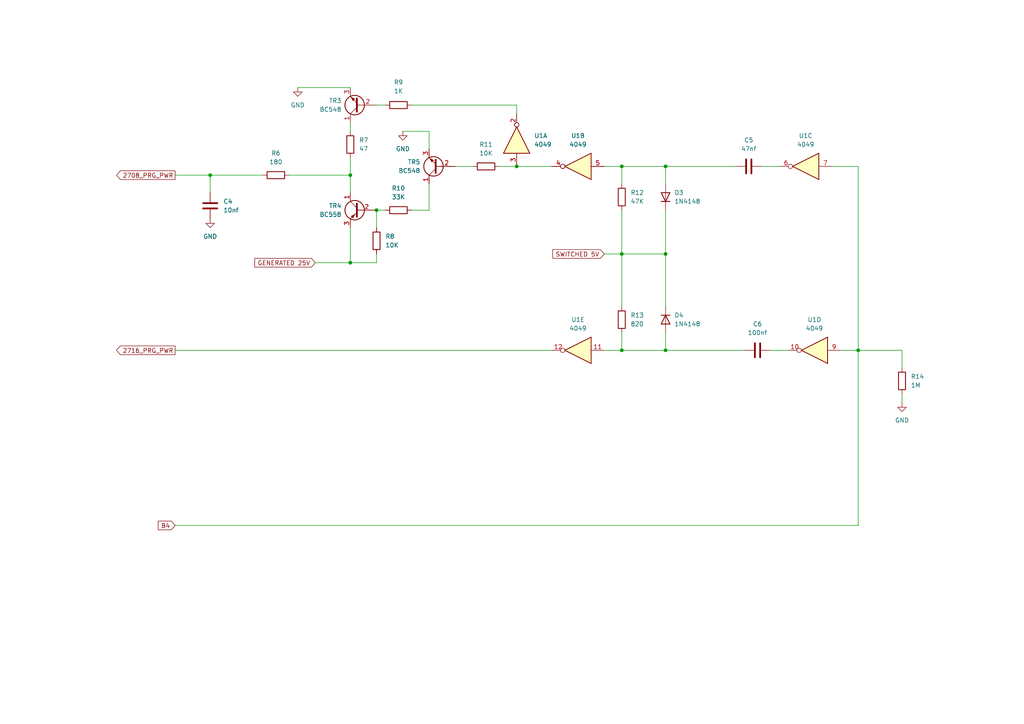
<source format=kicad_sch>
(kicad_sch (version 20230121) (generator eeschema)
  (paper "A4")
  (title_block (title "EPROM Burner 2708 / 2716") (date "2023-05-21") (rev "2.1"))
  (lib_symbols
    (symbol "4xxx:4049" (pin_names (offset 1.016))
      (property "Reference" "U" (at 0 1.27 0))
      (property "Value" "4049" (at 0 -1.27 0))
      (symbol "4049_1_0"
        (polyline (pts (xy -3.81 3.81) (xy -3.81 -3.81) (xy 3.81 0) (xy -3.81 3.81)) (stroke (width 0.254)) (fill (type background)))
        (pin output inverted (at 7.62 0 180) (length 3.81) (name "~") (number "2"))
        (pin input line (at -7.62 0 0) (length 3.81) (name "~") (number "3"))
      )
      (symbol "4049_2_0"
        (polyline (pts (xy -3.81 3.81) (xy -3.81 -3.81) (xy 3.81 0) (xy -3.81 3.81)) (stroke (width 0.254)) (fill (type background)))
        (pin output inverted (at 7.62 0 180) (length 3.81) (name "~") (number "4"))
        (pin input line (at -7.62 0 0) (length 3.81) (name "~") (number "5"))
      )
      (symbol "4049_3_0"
        (polyline (pts (xy -3.81 3.81) (xy -3.81 -3.81) (xy 3.81 0) (xy -3.81 3.81)) (stroke (width 0.254)) (fill (type background)))
        (pin output inverted (at 7.62 0 180) (length 3.81) (name "~") (number "6"))
        (pin input line (at -7.62 0 0) (length 3.81) (name "~") (number "7"))
      )
      (symbol "4049_4_0"
        (polyline (pts (xy -3.81 3.81) (xy -3.81 -3.81) (xy 3.81 0) (xy -3.81 3.81)) (stroke (width 0.254)) (fill (type background)))
        (pin output inverted (at 7.62 0 180) (length 3.81) (name "~") (number "10"))
        (pin input line (at -7.62 0 0) (length 3.81) (name "~") (number "9"))
      )
      (symbol "4049_5_0"
        (polyline (pts (xy -3.81 3.81) (xy -3.81 -3.81) (xy 3.81 0) (xy -3.81 3.81)) (stroke (width 0.254)) (fill (type background)))
        (pin input line (at -7.62 0 0) (length 3.81) (name "~") (number "11"))
        (pin output inverted (at 7.62 0 180) (length 3.81) (name "~") (number "12"))
      )
      (symbol "4049_6_0"
        (polyline (pts (xy -3.81 3.81) (xy -3.81 -3.81) (xy 3.81 0) (xy -3.81 3.81)) (stroke (width 0.254)) (fill (type background)))
        (pin input line (at -7.62 0 0) (length 3.81) (name "~") (number "14"))
        (pin output inverted (at 7.62 0 180) (length 3.81) (name "~") (number "15"))
      )
      (symbol "4049_7_0"
        (pin power_in line (at 0 12.7 270) (length 5.08) (name "VCC") (number "1"))
        (pin power_in line (at 0 -12.7 90) (length 5.08) (name "VSS") (number "8"))
      )
      (symbol "4049_7_1"
        (rectangle (start -5.08 7.62) (end 5.08 -7.62) (stroke (width 0.254)) (fill (type background)))
      )
    )
    (symbol "Device:C" (pin_numbers hide) (pin_names (offset 0.254))
      (property "Reference" "C" (at 0.635 2.54 0))
      (property "Value" "C" (at 0.635 -2.54 0))
      (symbol "C_0_1"
        (polyline (pts (xy -2.032 -0.762) (xy 2.032 -0.762)) (stroke (width 0.508)))
        (polyline (pts (xy -2.032 0.762) (xy 2.032 0.762)) (stroke (width 0.508)))
      )
      (symbol "C_1_1"
        (pin passive line (at 0 3.81 270) (length 2.794) (name "~") (number "1"))
        (pin passive line (at 0 -3.81 90) (length 2.794) (name "~") (number "2"))
      )
    )
    (symbol "Device:R" (pin_numbers hide) (pin_names (offset 0))
      (property "Reference" "R" (at 2.032 0 90))
      (property "Value" "R" (at 0 0 90))
      (symbol "R_0_1"
        (rectangle (start -1.016 -2.54) (end 1.016 2.54) (stroke (width 0.254)))
      )
      (symbol "R_1_1"
        (pin passive line (at 0 3.81 270) (length 1.27) (name "~") (number "1"))
        (pin passive line (at 0 -3.81 90) (length 1.27) (name "~") (number "2"))
      )
    )
    (symbol "Diode:1N4148" (pin_numbers hide) (pin_names hide)
      (property "Reference" "D" (at 0 2.54 0))
      (property "Value" "1N4148" (at 0 -2.54 0))
      (symbol "1N4148_0_1"
        (polyline (pts (xy -1.27 1.27) (xy -1.27 -1.27)) (stroke (width 0.254)))
        (polyline (pts (xy 1.27 0) (xy -1.27 0)))
        (polyline (pts (xy 1.27 1.27) (xy 1.27 -1.27) (xy -1.27 0) (xy 1.27 1.27)) (stroke (width 0.254)))
      )
      (symbol "1N4148_1_1"
        (pin passive line (at -3.81 0 0) (length 2.54) (name "K") (number "1"))
        (pin passive line (at 3.81 0 180) (length 2.54) (name "A") (number "2"))
      )
    )
    (symbol "Transistor_BJT:BC548" (pin_names (offset 0) hide)
      (property "Reference" "Q" (at 5.08 1.905 0))
      (property "Value" "BC548" (at 5.08 0 0))
      (symbol "BC548_0_1"
        (polyline (pts (xy 0 0) (xy 0.635 0)))
        (polyline (pts (xy 0.635 0.635) (xy 2.54 2.54)))
        (polyline (pts (xy 0.635 -0.635) (xy 2.54 -2.54) (xy 2.54 -2.54)))
        (polyline (pts (xy 0.635 1.905) (xy 0.635 -1.905) (xy 0.635 -1.905)) (stroke (width 0.508)))
        (polyline (pts (xy 1.27 -1.778) (xy 1.778 -1.27) (xy 2.286 -2.286) (xy 1.27 -1.778) (xy 1.27 -1.778)) (fill (type outline)))
        (circle (center 1.27 0) (radius 2.8194) (stroke (width 0.254)))
      )
      (symbol "BC548_1_1"
        (pin passive line (at 2.54 5.08 270) (length 2.54) (name "C") (number "1"))
        (pin input line (at -5.08 0 0) (length 5.08) (name "B") (number "2"))
        (pin passive line (at 2.54 -5.08 90) (length 2.54) (name "E") (number "3"))
      )
    )
    (symbol "Transistor_BJT:BC558" (pin_names (offset 0) hide)
      (property "Reference" "Q" (at 5.08 1.905 0))
      (property "Value" "BC558" (at 5.08 0 0))
      (symbol "BC558_0_1"
        (polyline (pts (xy 0.635 0.635) (xy 2.54 2.54)))
        (polyline (pts (xy 0.635 -0.635) (xy 2.54 -2.54) (xy 2.54 -2.54)))
        (polyline (pts (xy 0.635 1.905) (xy 0.635 -1.905) (xy 0.635 -1.905)) (stroke (width 0.508)))
        (polyline (pts (xy 2.286 -1.778) (xy 1.778 -2.286) (xy 1.27 -1.27) (xy 2.286 -1.778) (xy 2.286 -1.778)) (fill (type outline)))
        (circle (center 1.27 0) (radius 2.8194) (stroke (width 0.254)))
      )
      (symbol "BC558_1_1"
        (pin passive line (at 2.54 5.08 270) (length 2.54) (name "C") (number "1"))
        (pin input line (at -5.08 0 0) (length 5.715) (name "B") (number "2"))
        (pin passive line (at 2.54 -5.08 90) (length 2.54) (name "E") (number "3"))
      )
    )
    (symbol "power:GND" (power) (pin_names (offset 0))
      (property "Value" "GND" (at 0 -3.81 0))
      (symbol "GND_0_1"
        (polyline (pts (xy 0 0) (xy 0 -1.27) (xy 1.27 -1.27) (xy 0 -2.54) (xy -1.27 -1.27) (xy 0 -1.27)))
      )
      (symbol "GND_1_1"
        (pin power_in line (at 0 0 270) (length 0) hide (name "GND") (number "1"))
      )
    )
  )
  (junction (at 180.34 101.6))
  (junction (at 101.6 50.8))
  (junction (at 180.34 48.26))
  (junction (at 60.96 50.8))
  (junction (at 149.86 48.26))
  (junction (at 193.04 101.6))
  (junction (at 101.6 76.2))
  (junction (at 109.22 60.96))
  (junction (at 248.92 101.6))
  (junction (at 193.04 73.66))
  (junction (at 193.04 48.26))
  (junction (at 180.34 73.66))
  (wire (pts (xy 220.98 48.26) (xy 226.06 48.26)))
  (wire (pts (xy 248.92 48.26) (xy 248.92 101.6)))
  (wire (pts (xy 241.3 48.26) (xy 248.92 48.26)))
  (wire (pts (xy 101.6 45.72) (xy 101.6 50.8)))
  (wire (pts (xy 50.8 101.6) (xy 160.02 101.6)))
  (wire (pts (xy 193.04 96.52) (xy 193.04 101.6)))
  (wire (pts (xy 248.92 101.6) (xy 243.84 101.6)))
  (wire (pts (xy 180.34 60.96) (xy 180.34 73.66)))
  (wire (pts (xy 149.86 30.48) (xy 149.86 33.02)))
  (wire (pts (xy 261.62 101.6) (xy 261.62 106.68)))
  (wire (pts (xy 109.22 60.96) (xy 111.76 60.96)))
  (wire (pts (xy 101.6 66.04) (xy 101.6 76.2)))
  (wire (pts (xy 193.04 48.26) (xy 213.36 48.26)))
  (wire (pts (xy 248.92 101.6) (xy 261.62 101.6)))
  (wire (pts (xy 149.86 48.26) (xy 160.02 48.26)))
  (wire (pts (xy 180.34 48.26) (xy 193.04 48.26)))
  (wire (pts (xy 180.34 101.6) (xy 193.04 101.6)))
  (wire (pts (xy 101.6 76.2) (xy 109.22 76.2)))
  (wire (pts (xy 180.34 96.52) (xy 180.34 101.6)))
  (wire (pts (xy 83.82 50.8) (xy 101.6 50.8)))
  (wire (pts (xy 175.26 101.6) (xy 180.34 101.6)))
  (wire (pts (xy 175.26 73.66) (xy 180.34 73.66)))
  (wire (pts (xy 101.6 50.8) (xy 101.6 55.88)))
  (wire (pts (xy 132.08 48.26) (xy 137.16 48.26)))
  (wire (pts (xy 109.22 60.96) (xy 109.22 66.04)))
  (wire (pts (xy 101.6 35.56) (xy 101.6 38.1)))
  (wire (pts (xy 124.46 60.96) (xy 119.38 60.96)))
  (wire (pts (xy 180.34 73.66) (xy 193.04 73.66)))
  (wire (pts (xy 60.96 50.8) (xy 60.96 55.88)))
  (wire (pts (xy 109.22 73.66) (xy 109.22 76.2)))
  (wire (pts (xy 193.04 60.96) (xy 193.04 73.66)))
  (wire (pts (xy 50.8 152.4) (xy 248.92 152.4)))
  (wire (pts (xy 248.92 152.4) (xy 248.92 101.6)))
  (wire (pts (xy 124.46 43.18) (xy 124.46 38.1)))
  (wire (pts (xy 180.34 48.26) (xy 180.34 53.34)))
  (wire (pts (xy 261.62 114.3) (xy 261.62 116.84)))
  (wire (pts (xy 193.04 48.26) (xy 193.04 53.34)))
  (wire (pts (xy 50.8 50.8) (xy 60.96 50.8)))
  (wire (pts (xy 119.38 30.48) (xy 149.86 30.48)))
  (wire (pts (xy 86.36 25.4) (xy 101.6 25.4)))
  (wire (pts (xy 180.34 73.66) (xy 180.34 88.9)))
  (wire (pts (xy 223.52 101.6) (xy 228.6 101.6)))
  (wire (pts (xy 124.46 53.34) (xy 124.46 60.96)))
  (wire (pts (xy 91.44 76.2) (xy 101.6 76.2)))
  (wire (pts (xy 109.22 30.48) (xy 111.76 30.48)))
  (wire (pts (xy 193.04 73.66) (xy 193.04 88.9)))
  (wire (pts (xy 116.84 38.1) (xy 124.46 38.1)))
  (wire (pts (xy 60.96 50.8) (xy 76.2 50.8)))
  (wire (pts (xy 175.26 48.26) (xy 180.34 48.26)))
  (wire (pts (xy 144.78 48.26) (xy 149.86 48.26)))
  (wire (pts (xy 193.04 101.6) (xy 215.9 101.6)))
  (global_label "B4" (shape input) (at 50.8 152.4 180) (property "Intersheetrefs" "${INTERSHEET_REFS}" (effects hide)))
  (global_label "2708_PRG_PWR" (shape output) (at 50.8 50.8 180) (property "Intersheetrefs" "${INTERSHEET_REFS}" (effects hide)))
  (global_label "2716_PRG_PWR" (shape output) (at 50.8 101.6 180) (property "Intersheetrefs" "${INTERSHEET_REFS}" (effects hide)))
  (global_label "SWITCHED 5V" (shape input) (at 175.26 73.66 180) (property "Intersheetrefs" "${INTERSHEET_REFS}" (effects hide)))
  (global_label "GENERATED 25V" (shape input) (at 91.44 76.2 180) (property "Intersheetrefs" "${INTERSHEET_REFS}" (effects hide)))
  (symbol (lib_id "Transistor_BJT:BC558") (at 104.14 60.96 0) (mirror y) (unit 1)
    (property "Reference" "TR4" (at 99.06 59.6899 0) (effects (justify left)))
    (property "Value" "BC558" (at 99.06 62.2299 0) (effects (justify left)))
    (property "Footprint" "Package_TO_SOT_THT:TO-92_Inline_Wide" (effects hide))
    (property "Datasheet" "https://www.onsemi.com/pub/Collateral/BC556BTA-D.pdf" (effects hide))
  )
  (symbol (lib_id "power:GND") (at 116.84 38.1 0) (unit 1)
    (property "Reference" "#PWR011" (effects hide))
    (property "Value" "GND" (at 116.84 43.18 0))
  )
  (symbol (lib_id "Device:R") (at 180.34 92.71 0) (unit 1)
    (property "Reference" "R13" (at 182.88 91.4399 0) (effects (justify left)))
    (property "Value" "820" (at 182.88 93.9799 0) (effects (justify left)))
    (property "Footprint" "Resistor_THT:R_Axial_DIN0309_L9.0mm_D3.2mm_P12.70mm_Horizontal" (effects hide))
  )
  (symbol (lib_id "Diode:1N4148") (at 193.04 92.71 270) (unit 1)
    (property "Reference" "D4" (at 195.58 91.4399 90) (effects (justify left)))
    (property "Value" "1N4148" (at 195.58 93.9799 90) (effects (justify left)))
    (property "Footprint" "Diode_THT:D_DO-35_SOD27_P7.62mm_Horizontal" (effects hide))
    (property "Datasheet" "https://assets.nexperia.com/documents/data-sheet/1N4148_1N4448.pdf" (effects hide))
  )
  (symbol (lib_id "Transistor_BJT:BC548") (at 127 48.26 180) (unit 1)
    (property "Reference" "TR5" (at 121.92 46.9899 0) (effects (justify left)))
    (property "Value" "BC548" (at 121.92 49.5299 0) (effects (justify left)))
    (property "Footprint" "Package_TO_SOT_THT:TO-92_Inline_Wide" (effects hide))
    (property "Datasheet" "https://www.onsemi.com/pub/Collateral/BC550-D.pdf" (effects hide))
  )
  (symbol (lib_id "Device:C") (at 219.71 101.6 270) (unit 1)
    (property "Reference" "C6" (at 219.71 93.98 90))
    (property "Value" "100nf" (at 219.71 96.52 90))
    (property "Footprint" "Capacitor_THT:C_Disc_D5.0mm_W2.5mm_P5.00mm" (effects hide))
  )
  (symbol (lib_id "Device:R") (at 115.57 30.48 90) (unit 1)
    (property "Reference" "R9" (at 115.57 23.876 90))
    (property "Value" "1K" (at 115.57 26.416 90))
    (property "Footprint" "Resistor_THT:R_Axial_DIN0309_L9.0mm_D3.2mm_P12.70mm_Horizontal" (effects hide))
  )
  (symbol (lib_id "power:GND") (at 261.62 116.84 0) (unit 1)
    (property "Reference" "#PWR012" (effects hide))
    (property "Value" "GND" (at 261.62 121.92 0))
  )
  (symbol (lib_id "power:GND") (at 86.36 25.4 0) (unit 1)
    (property "Reference" "#PWR010" (effects hide))
    (property "Value" "GND" (at 86.36 30.48 0))
  )
  (symbol (lib_id "Device:R") (at 109.22 69.85 0) (unit 1)
    (property "Reference" "R8" (at 111.76 68.5799 0) (effects (justify left)))
    (property "Value" "10K" (at 111.76 71.1199 0) (effects (justify left)))
    (property "Footprint" "Resistor_THT:R_Axial_DIN0309_L9.0mm_D3.2mm_P12.70mm_Horizontal" (effects hide))
  )
  (symbol (lib_id "Device:C") (at 60.96 59.69 0) (unit 1)
    (property "Reference" "C4" (at 64.77 58.4199 0) (effects (justify left)))
    (property "Value" "10nf" (at 64.77 60.9599 0) (effects (justify left)))
    (property "Footprint" "Capacitor_THT:C_Disc_D5.0mm_W2.5mm_P5.00mm" (effects hide))
  )
  (symbol (lib_id "Device:R") (at 101.6 41.91 0) (unit 1)
    (property "Reference" "R7" (at 104.14 40.6399 0) (effects (justify left)))
    (property "Value" "47" (at 104.14 43.1799 0) (effects (justify left)))
    (property "Footprint" "Resistor_THT:R_Axial_DIN0309_L9.0mm_D3.2mm_P12.70mm_Horizontal" (effects hide))
  )
  (symbol (lib_id "Device:R") (at 261.62 110.49 0) (unit 1)
    (property "Reference" "R14" (at 264.16 109.2199 0) (effects (justify left)))
    (property "Value" "1M" (at 264.16 111.7599 0) (effects (justify left)))
    (property "Footprint" "Resistor_THT:R_Axial_DIN0309_L9.0mm_D3.2mm_P12.70mm_Horizontal" (effects hide))
  )
  (symbol (lib_id "4xxx:4049") (at 149.86 40.64 90) (unit 1)
    (property "Reference" "U1" (at 154.94 39.3699 90) (effects (justify right)))
    (property "Value" "4049" (at 154.94 41.9099 90) (effects (justify right)))
    (property "Footprint" "Package_DIP:DIP-16_W7.62mm_Socket" (effects hide))
    (property "Datasheet" "http://www.intersil.com/content/dam/intersil/documents/cd40/cd4049ubms.pdf" (effects hide))
  )
  (symbol (lib_id "Device:R") (at 115.57 60.96 90) (unit 1)
    (property "Reference" "R10" (at 115.57 54.61 90))
    (property "Value" "33K" (at 115.57 57.15 90))
    (property "Footprint" "Resistor_THT:R_Axial_DIN0309_L9.0mm_D3.2mm_P12.70mm_Horizontal" (effects hide))
  )
  (symbol (lib_id "Device:C") (at 217.17 48.26 90) (unit 1)
    (property "Reference" "C5" (at 217.17 40.64 90))
    (property "Value" "47nf" (at 217.17 43.18 90))
    (property "Footprint" "Capacitor_THT:C_Disc_D5.0mm_W2.5mm_P5.00mm" (effects hide))
  )
  (symbol (lib_id "Transistor_BJT:BC548") (at 104.14 30.48 180) (unit 1)
    (property "Reference" "TR3" (at 99.06 29.2099 0) (effects (justify left)))
    (property "Value" "BC548" (at 99.06 31.7499 0) (effects (justify left)))
    (property "Footprint" "Package_TO_SOT_THT:TO-92_Inline_Wide" (effects hide))
    (property "Datasheet" "https://www.onsemi.com/pub/Collateral/BC550-D.pdf" (effects hide))
  )
  (symbol (lib_id "4xxx:4049") (at 167.64 101.6 180) (unit 5)
    (property "Reference" "U1" (at 167.64 92.71 0))
    (property "Value" "4049" (at 167.64 95.25 0))
    (property "Footprint" "Package_DIP:DIP-16_W7.62mm_Socket" (effects hide))
    (property "Datasheet" "http://www.intersil.com/content/dam/intersil/documents/cd40/cd4049ubms.pdf" (effects hide))
  )
  (symbol (lib_id "Device:R") (at 140.97 48.26 90) (unit 1)
    (property "Reference" "R11" (at 140.97 41.91 90))
    (property "Value" "10K" (at 140.97 44.45 90))
    (property "Footprint" "Resistor_THT:R_Axial_DIN0309_L9.0mm_D3.2mm_P12.70mm_Horizontal" (effects hide))
  )
  (symbol (lib_id "power:GND") (at 60.96 63.5 0) (unit 1)
    (property "Reference" "#PWR09" (effects hide))
    (property "Value" "GND" (at 60.96 68.58 0))
  )
  (symbol (lib_id "4xxx:4049") (at 236.22 101.6 180) (unit 4)
    (property "Reference" "U1" (at 236.22 92.71 0))
    (property "Value" "4049" (at 236.22 95.25 0))
    (property "Footprint" "Package_DIP:DIP-16_W7.62mm_Socket" (effects hide))
    (property "Datasheet" "http://www.intersil.com/content/dam/intersil/documents/cd40/cd4049ubms.pdf" (effects hide))
  )
  (symbol (lib_id "Device:R") (at 180.34 57.15 0) (unit 1)
    (property "Reference" "R12" (at 182.88 55.8799 0) (effects (justify left)))
    (property "Value" "47K" (at 182.88 58.4199 0) (effects (justify left)))
    (property "Footprint" "Resistor_THT:R_Axial_DIN0309_L9.0mm_D3.2mm_P12.70mm_Horizontal" (effects hide))
  )
  (symbol (lib_id "Diode:1N4148") (at 193.04 57.15 90) (unit 1)
    (property "Reference" "D3" (at 195.58 55.8799 90) (effects (justify right)))
    (property "Value" "1N4148" (at 195.58 58.4199 90) (effects (justify right)))
    (property "Footprint" "Diode_THT:D_DO-35_SOD27_P7.62mm_Horizontal" (effects hide))
    (property "Datasheet" "https://assets.nexperia.com/documents/data-sheet/1N4148_1N4448.pdf" (effects hide))
  )
  (symbol (lib_id "4xxx:4049") (at 167.64 48.26 180) (unit 2)
    (property "Reference" "U1" (at 167.64 39.37 0))
    (property "Value" "4049" (at 167.64 41.91 0))
    (property "Footprint" "Package_DIP:DIP-16_W7.62mm_Socket" (effects hide))
    (property "Datasheet" "http://www.intersil.com/content/dam/intersil/documents/cd40/cd4049ubms.pdf" (effects hide))
  )
  (symbol (lib_id "Device:R") (at 80.01 50.8 90) (unit 1)
    (property "Reference" "R6" (at 80.01 44.45 90))
    (property "Value" "180" (at 80.01 46.99 90))
    (property "Footprint" "Resistor_THT:R_Axial_DIN0309_L9.0mm_D3.2mm_P12.70mm_Horizontal" (effects hide))
  )
  (symbol (lib_id "4xxx:4049") (at 233.68 48.26 180) (unit 3)
    (property "Reference" "U1" (at 233.68 39.37 0))
    (property "Value" "4049" (at 233.68 41.91 0))
    (property "Footprint" "Package_DIP:DIP-16_W7.62mm_Socket" (effects hide))
    (property "Datasheet" "http://www.intersil.com/content/dam/intersil/documents/cd40/cd4049ubms.pdf" (effects hide))
  )
)
</source>
